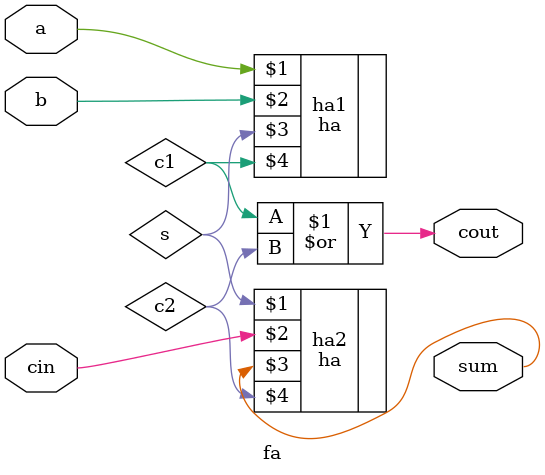
<source format=v>
module fa( 
input a,b,cin, 
output sum,cout 
); 
wire s,c1,c2; 
ha ha1(a,b,s,c1); 
ha ha2(s,cin,sum,c2); 
or or1(cout,c1,c2); 
endmodule 
</source>
